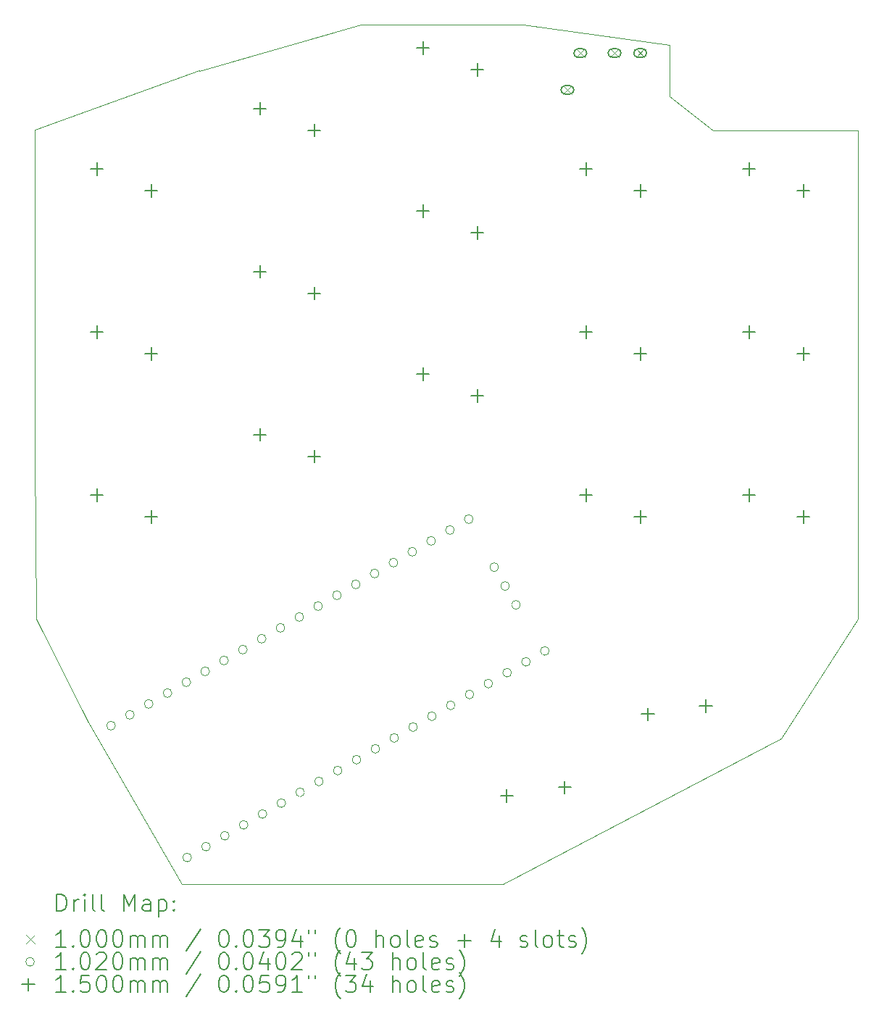
<source format=gbr>
%TF.GenerationSoftware,KiCad,Pcbnew,7.0.8-7.0.8~ubuntu22.04.1*%
%TF.CreationDate,2023-10-29T15:08:41+03:00*%
%TF.ProjectId,Keeb,4b656562-2e6b-4696-9361-645f70636258,rev?*%
%TF.SameCoordinates,Original*%
%TF.FileFunction,Drillmap*%
%TF.FilePolarity,Positive*%
%FSLAX45Y45*%
G04 Gerber Fmt 4.5, Leading zero omitted, Abs format (unit mm)*
G04 Created by KiCad (PCBNEW 7.0.8-7.0.8~ubuntu22.04.1) date 2023-10-29 15:08:41*
%MOMM*%
%LPD*%
G01*
G04 APERTURE LIST*
%ADD10C,0.050000*%
%ADD11C,0.200000*%
%ADD12C,0.100000*%
%ADD13C,0.102000*%
%ADD14C,0.150000*%
G04 APERTURE END LIST*
D10*
X18571000Y-2937000D02*
X18571000Y-3537000D01*
X19071000Y-3937000D01*
X20771000Y-3937000D01*
X20771000Y-9637000D01*
X19871000Y-11040000D01*
X16617000Y-12740000D01*
X12871000Y-12740000D01*
X11771000Y-10837000D01*
X11171000Y-9637000D01*
X11148277Y-7729217D01*
X11148277Y-3929217D01*
X13068000Y-3228000D01*
X13071000Y-3237000D01*
X14956000Y-2696000D01*
X16856000Y-2696000D01*
X18571000Y-2937000D01*
D11*
D12*
X17323500Y-3409500D02*
X17423500Y-3509500D01*
X17423500Y-3409500D02*
X17323500Y-3509500D01*
D11*
X17398500Y-3409500D02*
X17348500Y-3409500D01*
X17348500Y-3409500D02*
G75*
G03*
X17348500Y-3509500I0J-50000D01*
G01*
X17348500Y-3509500D02*
X17398500Y-3509500D01*
X17398500Y-3509500D02*
G75*
G03*
X17398500Y-3409500I0J50000D01*
G01*
D12*
X17473500Y-2979500D02*
X17573500Y-3079500D01*
X17573500Y-2979500D02*
X17473500Y-3079500D01*
D11*
X17548500Y-2979500D02*
X17498500Y-2979500D01*
X17498500Y-2979500D02*
G75*
G03*
X17498500Y-3079500I0J-50000D01*
G01*
X17498500Y-3079500D02*
X17548500Y-3079500D01*
X17548500Y-3079500D02*
G75*
G03*
X17548500Y-2979500I0J50000D01*
G01*
D12*
X17873500Y-2979500D02*
X17973500Y-3079500D01*
X17973500Y-2979500D02*
X17873500Y-3079500D01*
D11*
X17948500Y-2979500D02*
X17898500Y-2979500D01*
X17898500Y-2979500D02*
G75*
G03*
X17898500Y-3079500I0J-50000D01*
G01*
X17898500Y-3079500D02*
X17948500Y-3079500D01*
X17948500Y-3079500D02*
G75*
G03*
X17948500Y-2979500I0J50000D01*
G01*
D12*
X18173500Y-2979500D02*
X18273500Y-3079500D01*
X18273500Y-2979500D02*
X18173500Y-3079500D01*
D11*
X18248500Y-2979500D02*
X18198500Y-2979500D01*
X18198500Y-2979500D02*
G75*
G03*
X18198500Y-3079500I0J-50000D01*
G01*
X18198500Y-3079500D02*
X18248500Y-3079500D01*
X18248500Y-3079500D02*
G75*
G03*
X18248500Y-2979500I0J50000D01*
G01*
D13*
X12091781Y-10887603D02*
G75*
G03*
X12091781Y-10887603I-51000J0D01*
G01*
X12311751Y-10760603D02*
G75*
G03*
X12311751Y-10760603I-51000J0D01*
G01*
X12531722Y-10633603D02*
G75*
G03*
X12531722Y-10633603I-51000J0D01*
G01*
X12751692Y-10506603D02*
G75*
G03*
X12751692Y-10506603I-51000J0D01*
G01*
X12971662Y-10379603D02*
G75*
G03*
X12971662Y-10379603I-51000J0D01*
G01*
X12980781Y-12427397D02*
G75*
G03*
X12980781Y-12427397I-51000J0D01*
G01*
X13191633Y-10252603D02*
G75*
G03*
X13191633Y-10252603I-51000J0D01*
G01*
X13200751Y-12300397D02*
G75*
G03*
X13200751Y-12300397I-51000J0D01*
G01*
X13411603Y-10125603D02*
G75*
G03*
X13411603Y-10125603I-51000J0D01*
G01*
X13420722Y-12173397D02*
G75*
G03*
X13420722Y-12173397I-51000J0D01*
G01*
X13631574Y-9998603D02*
G75*
G03*
X13631574Y-9998603I-51000J0D01*
G01*
X13640692Y-12046397D02*
G75*
G03*
X13640692Y-12046397I-51000J0D01*
G01*
X13851544Y-9871603D02*
G75*
G03*
X13851544Y-9871603I-51000J0D01*
G01*
X13860662Y-11919397D02*
G75*
G03*
X13860662Y-11919397I-51000J0D01*
G01*
X14071515Y-9744603D02*
G75*
G03*
X14071515Y-9744603I-51000J0D01*
G01*
X14080633Y-11792397D02*
G75*
G03*
X14080633Y-11792397I-51000J0D01*
G01*
X14291485Y-9617603D02*
G75*
G03*
X14291485Y-9617603I-51000J0D01*
G01*
X14300603Y-11665397D02*
G75*
G03*
X14300603Y-11665397I-51000J0D01*
G01*
X14511456Y-9490603D02*
G75*
G03*
X14511456Y-9490603I-51000J0D01*
G01*
X14520574Y-11538397D02*
G75*
G03*
X14520574Y-11538397I-51000J0D01*
G01*
X14731426Y-9363603D02*
G75*
G03*
X14731426Y-9363603I-51000J0D01*
G01*
X14740544Y-11411397D02*
G75*
G03*
X14740544Y-11411397I-51000J0D01*
G01*
X14951397Y-9236603D02*
G75*
G03*
X14951397Y-9236603I-51000J0D01*
G01*
X14960515Y-11284397D02*
G75*
G03*
X14960515Y-11284397I-51000J0D01*
G01*
X15171367Y-9109603D02*
G75*
G03*
X15171367Y-9109603I-51000J0D01*
G01*
X15180485Y-11157397D02*
G75*
G03*
X15180485Y-11157397I-51000J0D01*
G01*
X15391337Y-8982603D02*
G75*
G03*
X15391337Y-8982603I-51000J0D01*
G01*
X15400456Y-11030397D02*
G75*
G03*
X15400456Y-11030397I-51000J0D01*
G01*
X15611308Y-8855603D02*
G75*
G03*
X15611308Y-8855603I-51000J0D01*
G01*
X15620426Y-10903397D02*
G75*
G03*
X15620426Y-10903397I-51000J0D01*
G01*
X15831278Y-8728603D02*
G75*
G03*
X15831278Y-8728603I-51000J0D01*
G01*
X15840397Y-10776397D02*
G75*
G03*
X15840397Y-10776397I-51000J0D01*
G01*
X16051249Y-8601603D02*
G75*
G03*
X16051249Y-8601603I-51000J0D01*
G01*
X16060367Y-10649397D02*
G75*
G03*
X16060367Y-10649397I-51000J0D01*
G01*
X16271219Y-8474603D02*
G75*
G03*
X16271219Y-8474603I-51000J0D01*
G01*
X16280337Y-10522397D02*
G75*
G03*
X16280337Y-10522397I-51000J0D01*
G01*
X16500308Y-10395397D02*
G75*
G03*
X16500308Y-10395397I-51000J0D01*
G01*
X16568801Y-9036030D02*
G75*
G03*
X16568801Y-9036030I-51000J0D01*
G01*
X16695801Y-9256000D02*
G75*
G03*
X16695801Y-9256000I-51000J0D01*
G01*
X16720278Y-10268397D02*
G75*
G03*
X16720278Y-10268397I-51000J0D01*
G01*
X16822801Y-9475971D02*
G75*
G03*
X16822801Y-9475971I-51000J0D01*
G01*
X16940249Y-10141397D02*
G75*
G03*
X16940249Y-10141397I-51000J0D01*
G01*
X17160219Y-10014397D02*
G75*
G03*
X17160219Y-10014397I-51000J0D01*
G01*
D14*
X11874500Y-4306500D02*
X11874500Y-4456500D01*
X11799500Y-4381500D02*
X11949500Y-4381500D01*
X11874500Y-6211500D02*
X11874500Y-6361500D01*
X11799500Y-6286500D02*
X11949500Y-6286500D01*
X11874500Y-8116500D02*
X11874500Y-8266500D01*
X11799500Y-8191500D02*
X11949500Y-8191500D01*
X12509500Y-4560500D02*
X12509500Y-4710500D01*
X12434500Y-4635500D02*
X12584500Y-4635500D01*
X12509500Y-6465500D02*
X12509500Y-6615500D01*
X12434500Y-6540500D02*
X12584500Y-6540500D01*
X12509500Y-8370500D02*
X12509500Y-8520500D01*
X12434500Y-8445500D02*
X12584500Y-8445500D01*
X13779500Y-3601500D02*
X13779500Y-3751500D01*
X13704500Y-3676500D02*
X13854500Y-3676500D01*
X13779500Y-5506500D02*
X13779500Y-5656500D01*
X13704500Y-5581500D02*
X13854500Y-5581500D01*
X13779500Y-7411500D02*
X13779500Y-7561500D01*
X13704500Y-7486500D02*
X13854500Y-7486500D01*
X14414500Y-3855500D02*
X14414500Y-4005500D01*
X14339500Y-3930500D02*
X14489500Y-3930500D01*
X14414500Y-5760500D02*
X14414500Y-5910500D01*
X14339500Y-5835500D02*
X14489500Y-5835500D01*
X14414500Y-7665500D02*
X14414500Y-7815500D01*
X14339500Y-7740500D02*
X14489500Y-7740500D01*
X15684500Y-2896500D02*
X15684500Y-3046500D01*
X15609500Y-2971500D02*
X15759500Y-2971500D01*
X15684500Y-4801500D02*
X15684500Y-4951500D01*
X15609500Y-4876500D02*
X15759500Y-4876500D01*
X15684500Y-6706500D02*
X15684500Y-6856500D01*
X15609500Y-6781500D02*
X15759500Y-6781500D01*
X16319500Y-3150500D02*
X16319500Y-3300500D01*
X16244500Y-3225500D02*
X16394500Y-3225500D01*
X16319500Y-5055500D02*
X16319500Y-5205500D01*
X16244500Y-5130500D02*
X16394500Y-5130500D01*
X16319500Y-6960500D02*
X16319500Y-7110500D01*
X16244500Y-7035500D02*
X16394500Y-7035500D01*
X16665794Y-11630516D02*
X16665794Y-11780516D01*
X16590794Y-11705516D02*
X16740794Y-11705516D01*
X17342720Y-11532986D02*
X17342720Y-11682986D01*
X17267720Y-11607986D02*
X17417720Y-11607986D01*
X17589500Y-4306500D02*
X17589500Y-4456500D01*
X17514500Y-4381500D02*
X17664500Y-4381500D01*
X17589500Y-6211500D02*
X17589500Y-6361500D01*
X17514500Y-6286500D02*
X17664500Y-6286500D01*
X17589500Y-8116500D02*
X17589500Y-8266500D01*
X17514500Y-8191500D02*
X17664500Y-8191500D01*
X18224500Y-4560500D02*
X18224500Y-4710500D01*
X18149500Y-4635500D02*
X18299500Y-4635500D01*
X18224500Y-6465500D02*
X18224500Y-6615500D01*
X18149500Y-6540500D02*
X18299500Y-6540500D01*
X18224500Y-8370500D02*
X18224500Y-8520500D01*
X18149500Y-8445500D02*
X18299500Y-8445500D01*
X18315572Y-10678016D02*
X18315572Y-10828016D01*
X18240572Y-10753016D02*
X18390572Y-10753016D01*
X18992498Y-10580486D02*
X18992498Y-10730486D01*
X18917498Y-10655486D02*
X19067498Y-10655486D01*
X19494500Y-4306500D02*
X19494500Y-4456500D01*
X19419500Y-4381500D02*
X19569500Y-4381500D01*
X19494500Y-6211500D02*
X19494500Y-6361500D01*
X19419500Y-6286500D02*
X19569500Y-6286500D01*
X19494500Y-8116500D02*
X19494500Y-8266500D01*
X19419500Y-8191500D02*
X19569500Y-8191500D01*
X20129500Y-4560500D02*
X20129500Y-4710500D01*
X20054500Y-4635500D02*
X20204500Y-4635500D01*
X20129500Y-6465500D02*
X20129500Y-6615500D01*
X20054500Y-6540500D02*
X20204500Y-6540500D01*
X20129500Y-8370500D02*
X20129500Y-8520500D01*
X20054500Y-8445500D02*
X20204500Y-8445500D01*
D11*
X11406553Y-13053984D02*
X11406553Y-12853984D01*
X11406553Y-12853984D02*
X11454172Y-12853984D01*
X11454172Y-12853984D02*
X11482744Y-12863508D01*
X11482744Y-12863508D02*
X11501791Y-12882555D01*
X11501791Y-12882555D02*
X11511315Y-12901603D01*
X11511315Y-12901603D02*
X11520839Y-12939698D01*
X11520839Y-12939698D02*
X11520839Y-12968269D01*
X11520839Y-12968269D02*
X11511315Y-13006365D01*
X11511315Y-13006365D02*
X11501791Y-13025412D01*
X11501791Y-13025412D02*
X11482744Y-13044460D01*
X11482744Y-13044460D02*
X11454172Y-13053984D01*
X11454172Y-13053984D02*
X11406553Y-13053984D01*
X11606553Y-13053984D02*
X11606553Y-12920650D01*
X11606553Y-12958746D02*
X11616077Y-12939698D01*
X11616077Y-12939698D02*
X11625601Y-12930174D01*
X11625601Y-12930174D02*
X11644649Y-12920650D01*
X11644649Y-12920650D02*
X11663696Y-12920650D01*
X11730363Y-13053984D02*
X11730363Y-12920650D01*
X11730363Y-12853984D02*
X11720839Y-12863508D01*
X11720839Y-12863508D02*
X11730363Y-12873031D01*
X11730363Y-12873031D02*
X11739887Y-12863508D01*
X11739887Y-12863508D02*
X11730363Y-12853984D01*
X11730363Y-12853984D02*
X11730363Y-12873031D01*
X11854172Y-13053984D02*
X11835125Y-13044460D01*
X11835125Y-13044460D02*
X11825601Y-13025412D01*
X11825601Y-13025412D02*
X11825601Y-12853984D01*
X11958934Y-13053984D02*
X11939887Y-13044460D01*
X11939887Y-13044460D02*
X11930363Y-13025412D01*
X11930363Y-13025412D02*
X11930363Y-12853984D01*
X12187506Y-13053984D02*
X12187506Y-12853984D01*
X12187506Y-12853984D02*
X12254172Y-12996841D01*
X12254172Y-12996841D02*
X12320839Y-12853984D01*
X12320839Y-12853984D02*
X12320839Y-13053984D01*
X12501791Y-13053984D02*
X12501791Y-12949222D01*
X12501791Y-12949222D02*
X12492268Y-12930174D01*
X12492268Y-12930174D02*
X12473220Y-12920650D01*
X12473220Y-12920650D02*
X12435125Y-12920650D01*
X12435125Y-12920650D02*
X12416077Y-12930174D01*
X12501791Y-13044460D02*
X12482744Y-13053984D01*
X12482744Y-13053984D02*
X12435125Y-13053984D01*
X12435125Y-13053984D02*
X12416077Y-13044460D01*
X12416077Y-13044460D02*
X12406553Y-13025412D01*
X12406553Y-13025412D02*
X12406553Y-13006365D01*
X12406553Y-13006365D02*
X12416077Y-12987317D01*
X12416077Y-12987317D02*
X12435125Y-12977793D01*
X12435125Y-12977793D02*
X12482744Y-12977793D01*
X12482744Y-12977793D02*
X12501791Y-12968269D01*
X12597030Y-12920650D02*
X12597030Y-13120650D01*
X12597030Y-12930174D02*
X12616077Y-12920650D01*
X12616077Y-12920650D02*
X12654172Y-12920650D01*
X12654172Y-12920650D02*
X12673220Y-12930174D01*
X12673220Y-12930174D02*
X12682744Y-12939698D01*
X12682744Y-12939698D02*
X12692268Y-12958746D01*
X12692268Y-12958746D02*
X12692268Y-13015888D01*
X12692268Y-13015888D02*
X12682744Y-13034936D01*
X12682744Y-13034936D02*
X12673220Y-13044460D01*
X12673220Y-13044460D02*
X12654172Y-13053984D01*
X12654172Y-13053984D02*
X12616077Y-13053984D01*
X12616077Y-13053984D02*
X12597030Y-13044460D01*
X12777982Y-13034936D02*
X12787506Y-13044460D01*
X12787506Y-13044460D02*
X12777982Y-13053984D01*
X12777982Y-13053984D02*
X12768458Y-13044460D01*
X12768458Y-13044460D02*
X12777982Y-13034936D01*
X12777982Y-13034936D02*
X12777982Y-13053984D01*
X12777982Y-12930174D02*
X12787506Y-12939698D01*
X12787506Y-12939698D02*
X12777982Y-12949222D01*
X12777982Y-12949222D02*
X12768458Y-12939698D01*
X12768458Y-12939698D02*
X12777982Y-12930174D01*
X12777982Y-12930174D02*
X12777982Y-12949222D01*
D12*
X11045777Y-13332500D02*
X11145777Y-13432500D01*
X11145777Y-13332500D02*
X11045777Y-13432500D01*
D11*
X11511315Y-13473984D02*
X11397030Y-13473984D01*
X11454172Y-13473984D02*
X11454172Y-13273984D01*
X11454172Y-13273984D02*
X11435125Y-13302555D01*
X11435125Y-13302555D02*
X11416077Y-13321603D01*
X11416077Y-13321603D02*
X11397030Y-13331127D01*
X11597030Y-13454936D02*
X11606553Y-13464460D01*
X11606553Y-13464460D02*
X11597030Y-13473984D01*
X11597030Y-13473984D02*
X11587506Y-13464460D01*
X11587506Y-13464460D02*
X11597030Y-13454936D01*
X11597030Y-13454936D02*
X11597030Y-13473984D01*
X11730363Y-13273984D02*
X11749411Y-13273984D01*
X11749411Y-13273984D02*
X11768458Y-13283508D01*
X11768458Y-13283508D02*
X11777982Y-13293031D01*
X11777982Y-13293031D02*
X11787506Y-13312079D01*
X11787506Y-13312079D02*
X11797030Y-13350174D01*
X11797030Y-13350174D02*
X11797030Y-13397793D01*
X11797030Y-13397793D02*
X11787506Y-13435888D01*
X11787506Y-13435888D02*
X11777982Y-13454936D01*
X11777982Y-13454936D02*
X11768458Y-13464460D01*
X11768458Y-13464460D02*
X11749411Y-13473984D01*
X11749411Y-13473984D02*
X11730363Y-13473984D01*
X11730363Y-13473984D02*
X11711315Y-13464460D01*
X11711315Y-13464460D02*
X11701791Y-13454936D01*
X11701791Y-13454936D02*
X11692268Y-13435888D01*
X11692268Y-13435888D02*
X11682744Y-13397793D01*
X11682744Y-13397793D02*
X11682744Y-13350174D01*
X11682744Y-13350174D02*
X11692268Y-13312079D01*
X11692268Y-13312079D02*
X11701791Y-13293031D01*
X11701791Y-13293031D02*
X11711315Y-13283508D01*
X11711315Y-13283508D02*
X11730363Y-13273984D01*
X11920839Y-13273984D02*
X11939887Y-13273984D01*
X11939887Y-13273984D02*
X11958934Y-13283508D01*
X11958934Y-13283508D02*
X11968458Y-13293031D01*
X11968458Y-13293031D02*
X11977982Y-13312079D01*
X11977982Y-13312079D02*
X11987506Y-13350174D01*
X11987506Y-13350174D02*
X11987506Y-13397793D01*
X11987506Y-13397793D02*
X11977982Y-13435888D01*
X11977982Y-13435888D02*
X11968458Y-13454936D01*
X11968458Y-13454936D02*
X11958934Y-13464460D01*
X11958934Y-13464460D02*
X11939887Y-13473984D01*
X11939887Y-13473984D02*
X11920839Y-13473984D01*
X11920839Y-13473984D02*
X11901791Y-13464460D01*
X11901791Y-13464460D02*
X11892268Y-13454936D01*
X11892268Y-13454936D02*
X11882744Y-13435888D01*
X11882744Y-13435888D02*
X11873220Y-13397793D01*
X11873220Y-13397793D02*
X11873220Y-13350174D01*
X11873220Y-13350174D02*
X11882744Y-13312079D01*
X11882744Y-13312079D02*
X11892268Y-13293031D01*
X11892268Y-13293031D02*
X11901791Y-13283508D01*
X11901791Y-13283508D02*
X11920839Y-13273984D01*
X12111315Y-13273984D02*
X12130363Y-13273984D01*
X12130363Y-13273984D02*
X12149411Y-13283508D01*
X12149411Y-13283508D02*
X12158934Y-13293031D01*
X12158934Y-13293031D02*
X12168458Y-13312079D01*
X12168458Y-13312079D02*
X12177982Y-13350174D01*
X12177982Y-13350174D02*
X12177982Y-13397793D01*
X12177982Y-13397793D02*
X12168458Y-13435888D01*
X12168458Y-13435888D02*
X12158934Y-13454936D01*
X12158934Y-13454936D02*
X12149411Y-13464460D01*
X12149411Y-13464460D02*
X12130363Y-13473984D01*
X12130363Y-13473984D02*
X12111315Y-13473984D01*
X12111315Y-13473984D02*
X12092268Y-13464460D01*
X12092268Y-13464460D02*
X12082744Y-13454936D01*
X12082744Y-13454936D02*
X12073220Y-13435888D01*
X12073220Y-13435888D02*
X12063696Y-13397793D01*
X12063696Y-13397793D02*
X12063696Y-13350174D01*
X12063696Y-13350174D02*
X12073220Y-13312079D01*
X12073220Y-13312079D02*
X12082744Y-13293031D01*
X12082744Y-13293031D02*
X12092268Y-13283508D01*
X12092268Y-13283508D02*
X12111315Y-13273984D01*
X12263696Y-13473984D02*
X12263696Y-13340650D01*
X12263696Y-13359698D02*
X12273220Y-13350174D01*
X12273220Y-13350174D02*
X12292268Y-13340650D01*
X12292268Y-13340650D02*
X12320839Y-13340650D01*
X12320839Y-13340650D02*
X12339887Y-13350174D01*
X12339887Y-13350174D02*
X12349411Y-13369222D01*
X12349411Y-13369222D02*
X12349411Y-13473984D01*
X12349411Y-13369222D02*
X12358934Y-13350174D01*
X12358934Y-13350174D02*
X12377982Y-13340650D01*
X12377982Y-13340650D02*
X12406553Y-13340650D01*
X12406553Y-13340650D02*
X12425601Y-13350174D01*
X12425601Y-13350174D02*
X12435125Y-13369222D01*
X12435125Y-13369222D02*
X12435125Y-13473984D01*
X12530363Y-13473984D02*
X12530363Y-13340650D01*
X12530363Y-13359698D02*
X12539887Y-13350174D01*
X12539887Y-13350174D02*
X12558934Y-13340650D01*
X12558934Y-13340650D02*
X12587506Y-13340650D01*
X12587506Y-13340650D02*
X12606553Y-13350174D01*
X12606553Y-13350174D02*
X12616077Y-13369222D01*
X12616077Y-13369222D02*
X12616077Y-13473984D01*
X12616077Y-13369222D02*
X12625601Y-13350174D01*
X12625601Y-13350174D02*
X12644649Y-13340650D01*
X12644649Y-13340650D02*
X12673220Y-13340650D01*
X12673220Y-13340650D02*
X12692268Y-13350174D01*
X12692268Y-13350174D02*
X12701792Y-13369222D01*
X12701792Y-13369222D02*
X12701792Y-13473984D01*
X13092268Y-13264460D02*
X12920839Y-13521603D01*
X13349411Y-13273984D02*
X13368458Y-13273984D01*
X13368458Y-13273984D02*
X13387506Y-13283508D01*
X13387506Y-13283508D02*
X13397030Y-13293031D01*
X13397030Y-13293031D02*
X13406554Y-13312079D01*
X13406554Y-13312079D02*
X13416077Y-13350174D01*
X13416077Y-13350174D02*
X13416077Y-13397793D01*
X13416077Y-13397793D02*
X13406554Y-13435888D01*
X13406554Y-13435888D02*
X13397030Y-13454936D01*
X13397030Y-13454936D02*
X13387506Y-13464460D01*
X13387506Y-13464460D02*
X13368458Y-13473984D01*
X13368458Y-13473984D02*
X13349411Y-13473984D01*
X13349411Y-13473984D02*
X13330363Y-13464460D01*
X13330363Y-13464460D02*
X13320839Y-13454936D01*
X13320839Y-13454936D02*
X13311315Y-13435888D01*
X13311315Y-13435888D02*
X13301792Y-13397793D01*
X13301792Y-13397793D02*
X13301792Y-13350174D01*
X13301792Y-13350174D02*
X13311315Y-13312079D01*
X13311315Y-13312079D02*
X13320839Y-13293031D01*
X13320839Y-13293031D02*
X13330363Y-13283508D01*
X13330363Y-13283508D02*
X13349411Y-13273984D01*
X13501792Y-13454936D02*
X13511315Y-13464460D01*
X13511315Y-13464460D02*
X13501792Y-13473984D01*
X13501792Y-13473984D02*
X13492268Y-13464460D01*
X13492268Y-13464460D02*
X13501792Y-13454936D01*
X13501792Y-13454936D02*
X13501792Y-13473984D01*
X13635125Y-13273984D02*
X13654173Y-13273984D01*
X13654173Y-13273984D02*
X13673220Y-13283508D01*
X13673220Y-13283508D02*
X13682744Y-13293031D01*
X13682744Y-13293031D02*
X13692268Y-13312079D01*
X13692268Y-13312079D02*
X13701792Y-13350174D01*
X13701792Y-13350174D02*
X13701792Y-13397793D01*
X13701792Y-13397793D02*
X13692268Y-13435888D01*
X13692268Y-13435888D02*
X13682744Y-13454936D01*
X13682744Y-13454936D02*
X13673220Y-13464460D01*
X13673220Y-13464460D02*
X13654173Y-13473984D01*
X13654173Y-13473984D02*
X13635125Y-13473984D01*
X13635125Y-13473984D02*
X13616077Y-13464460D01*
X13616077Y-13464460D02*
X13606554Y-13454936D01*
X13606554Y-13454936D02*
X13597030Y-13435888D01*
X13597030Y-13435888D02*
X13587506Y-13397793D01*
X13587506Y-13397793D02*
X13587506Y-13350174D01*
X13587506Y-13350174D02*
X13597030Y-13312079D01*
X13597030Y-13312079D02*
X13606554Y-13293031D01*
X13606554Y-13293031D02*
X13616077Y-13283508D01*
X13616077Y-13283508D02*
X13635125Y-13273984D01*
X13768458Y-13273984D02*
X13892268Y-13273984D01*
X13892268Y-13273984D02*
X13825601Y-13350174D01*
X13825601Y-13350174D02*
X13854173Y-13350174D01*
X13854173Y-13350174D02*
X13873220Y-13359698D01*
X13873220Y-13359698D02*
X13882744Y-13369222D01*
X13882744Y-13369222D02*
X13892268Y-13388269D01*
X13892268Y-13388269D02*
X13892268Y-13435888D01*
X13892268Y-13435888D02*
X13882744Y-13454936D01*
X13882744Y-13454936D02*
X13873220Y-13464460D01*
X13873220Y-13464460D02*
X13854173Y-13473984D01*
X13854173Y-13473984D02*
X13797030Y-13473984D01*
X13797030Y-13473984D02*
X13777982Y-13464460D01*
X13777982Y-13464460D02*
X13768458Y-13454936D01*
X13987506Y-13473984D02*
X14025601Y-13473984D01*
X14025601Y-13473984D02*
X14044649Y-13464460D01*
X14044649Y-13464460D02*
X14054173Y-13454936D01*
X14054173Y-13454936D02*
X14073220Y-13426365D01*
X14073220Y-13426365D02*
X14082744Y-13388269D01*
X14082744Y-13388269D02*
X14082744Y-13312079D01*
X14082744Y-13312079D02*
X14073220Y-13293031D01*
X14073220Y-13293031D02*
X14063696Y-13283508D01*
X14063696Y-13283508D02*
X14044649Y-13273984D01*
X14044649Y-13273984D02*
X14006554Y-13273984D01*
X14006554Y-13273984D02*
X13987506Y-13283508D01*
X13987506Y-13283508D02*
X13977982Y-13293031D01*
X13977982Y-13293031D02*
X13968458Y-13312079D01*
X13968458Y-13312079D02*
X13968458Y-13359698D01*
X13968458Y-13359698D02*
X13977982Y-13378746D01*
X13977982Y-13378746D02*
X13987506Y-13388269D01*
X13987506Y-13388269D02*
X14006554Y-13397793D01*
X14006554Y-13397793D02*
X14044649Y-13397793D01*
X14044649Y-13397793D02*
X14063696Y-13388269D01*
X14063696Y-13388269D02*
X14073220Y-13378746D01*
X14073220Y-13378746D02*
X14082744Y-13359698D01*
X14254173Y-13340650D02*
X14254173Y-13473984D01*
X14206554Y-13264460D02*
X14158935Y-13407317D01*
X14158935Y-13407317D02*
X14282744Y-13407317D01*
X14349411Y-13273984D02*
X14349411Y-13312079D01*
X14425601Y-13273984D02*
X14425601Y-13312079D01*
X14720839Y-13550174D02*
X14711316Y-13540650D01*
X14711316Y-13540650D02*
X14692268Y-13512079D01*
X14692268Y-13512079D02*
X14682744Y-13493031D01*
X14682744Y-13493031D02*
X14673220Y-13464460D01*
X14673220Y-13464460D02*
X14663697Y-13416841D01*
X14663697Y-13416841D02*
X14663697Y-13378746D01*
X14663697Y-13378746D02*
X14673220Y-13331127D01*
X14673220Y-13331127D02*
X14682744Y-13302555D01*
X14682744Y-13302555D02*
X14692268Y-13283508D01*
X14692268Y-13283508D02*
X14711316Y-13254936D01*
X14711316Y-13254936D02*
X14720839Y-13245412D01*
X14835125Y-13273984D02*
X14854173Y-13273984D01*
X14854173Y-13273984D02*
X14873220Y-13283508D01*
X14873220Y-13283508D02*
X14882744Y-13293031D01*
X14882744Y-13293031D02*
X14892268Y-13312079D01*
X14892268Y-13312079D02*
X14901792Y-13350174D01*
X14901792Y-13350174D02*
X14901792Y-13397793D01*
X14901792Y-13397793D02*
X14892268Y-13435888D01*
X14892268Y-13435888D02*
X14882744Y-13454936D01*
X14882744Y-13454936D02*
X14873220Y-13464460D01*
X14873220Y-13464460D02*
X14854173Y-13473984D01*
X14854173Y-13473984D02*
X14835125Y-13473984D01*
X14835125Y-13473984D02*
X14816077Y-13464460D01*
X14816077Y-13464460D02*
X14806554Y-13454936D01*
X14806554Y-13454936D02*
X14797030Y-13435888D01*
X14797030Y-13435888D02*
X14787506Y-13397793D01*
X14787506Y-13397793D02*
X14787506Y-13350174D01*
X14787506Y-13350174D02*
X14797030Y-13312079D01*
X14797030Y-13312079D02*
X14806554Y-13293031D01*
X14806554Y-13293031D02*
X14816077Y-13283508D01*
X14816077Y-13283508D02*
X14835125Y-13273984D01*
X15139887Y-13473984D02*
X15139887Y-13273984D01*
X15225601Y-13473984D02*
X15225601Y-13369222D01*
X15225601Y-13369222D02*
X15216078Y-13350174D01*
X15216078Y-13350174D02*
X15197030Y-13340650D01*
X15197030Y-13340650D02*
X15168458Y-13340650D01*
X15168458Y-13340650D02*
X15149411Y-13350174D01*
X15149411Y-13350174D02*
X15139887Y-13359698D01*
X15349411Y-13473984D02*
X15330363Y-13464460D01*
X15330363Y-13464460D02*
X15320839Y-13454936D01*
X15320839Y-13454936D02*
X15311316Y-13435888D01*
X15311316Y-13435888D02*
X15311316Y-13378746D01*
X15311316Y-13378746D02*
X15320839Y-13359698D01*
X15320839Y-13359698D02*
X15330363Y-13350174D01*
X15330363Y-13350174D02*
X15349411Y-13340650D01*
X15349411Y-13340650D02*
X15377982Y-13340650D01*
X15377982Y-13340650D02*
X15397030Y-13350174D01*
X15397030Y-13350174D02*
X15406554Y-13359698D01*
X15406554Y-13359698D02*
X15416078Y-13378746D01*
X15416078Y-13378746D02*
X15416078Y-13435888D01*
X15416078Y-13435888D02*
X15406554Y-13454936D01*
X15406554Y-13454936D02*
X15397030Y-13464460D01*
X15397030Y-13464460D02*
X15377982Y-13473984D01*
X15377982Y-13473984D02*
X15349411Y-13473984D01*
X15530363Y-13473984D02*
X15511316Y-13464460D01*
X15511316Y-13464460D02*
X15501792Y-13445412D01*
X15501792Y-13445412D02*
X15501792Y-13273984D01*
X15682744Y-13464460D02*
X15663697Y-13473984D01*
X15663697Y-13473984D02*
X15625601Y-13473984D01*
X15625601Y-13473984D02*
X15606554Y-13464460D01*
X15606554Y-13464460D02*
X15597030Y-13445412D01*
X15597030Y-13445412D02*
X15597030Y-13369222D01*
X15597030Y-13369222D02*
X15606554Y-13350174D01*
X15606554Y-13350174D02*
X15625601Y-13340650D01*
X15625601Y-13340650D02*
X15663697Y-13340650D01*
X15663697Y-13340650D02*
X15682744Y-13350174D01*
X15682744Y-13350174D02*
X15692268Y-13369222D01*
X15692268Y-13369222D02*
X15692268Y-13388269D01*
X15692268Y-13388269D02*
X15597030Y-13407317D01*
X15768459Y-13464460D02*
X15787506Y-13473984D01*
X15787506Y-13473984D02*
X15825601Y-13473984D01*
X15825601Y-13473984D02*
X15844649Y-13464460D01*
X15844649Y-13464460D02*
X15854173Y-13445412D01*
X15854173Y-13445412D02*
X15854173Y-13435888D01*
X15854173Y-13435888D02*
X15844649Y-13416841D01*
X15844649Y-13416841D02*
X15825601Y-13407317D01*
X15825601Y-13407317D02*
X15797030Y-13407317D01*
X15797030Y-13407317D02*
X15777982Y-13397793D01*
X15777982Y-13397793D02*
X15768459Y-13378746D01*
X15768459Y-13378746D02*
X15768459Y-13369222D01*
X15768459Y-13369222D02*
X15777982Y-13350174D01*
X15777982Y-13350174D02*
X15797030Y-13340650D01*
X15797030Y-13340650D02*
X15825601Y-13340650D01*
X15825601Y-13340650D02*
X15844649Y-13350174D01*
X16092268Y-13397793D02*
X16244649Y-13397793D01*
X16168459Y-13473984D02*
X16168459Y-13321603D01*
X16577982Y-13340650D02*
X16577982Y-13473984D01*
X16530363Y-13264460D02*
X16482744Y-13407317D01*
X16482744Y-13407317D02*
X16606554Y-13407317D01*
X16825602Y-13464460D02*
X16844649Y-13473984D01*
X16844649Y-13473984D02*
X16882744Y-13473984D01*
X16882744Y-13473984D02*
X16901792Y-13464460D01*
X16901792Y-13464460D02*
X16911316Y-13445412D01*
X16911316Y-13445412D02*
X16911316Y-13435888D01*
X16911316Y-13435888D02*
X16901792Y-13416841D01*
X16901792Y-13416841D02*
X16882744Y-13407317D01*
X16882744Y-13407317D02*
X16854173Y-13407317D01*
X16854173Y-13407317D02*
X16835125Y-13397793D01*
X16835125Y-13397793D02*
X16825602Y-13378746D01*
X16825602Y-13378746D02*
X16825602Y-13369222D01*
X16825602Y-13369222D02*
X16835125Y-13350174D01*
X16835125Y-13350174D02*
X16854173Y-13340650D01*
X16854173Y-13340650D02*
X16882744Y-13340650D01*
X16882744Y-13340650D02*
X16901792Y-13350174D01*
X17025602Y-13473984D02*
X17006554Y-13464460D01*
X17006554Y-13464460D02*
X16997030Y-13445412D01*
X16997030Y-13445412D02*
X16997030Y-13273984D01*
X17130364Y-13473984D02*
X17111316Y-13464460D01*
X17111316Y-13464460D02*
X17101792Y-13454936D01*
X17101792Y-13454936D02*
X17092268Y-13435888D01*
X17092268Y-13435888D02*
X17092268Y-13378746D01*
X17092268Y-13378746D02*
X17101792Y-13359698D01*
X17101792Y-13359698D02*
X17111316Y-13350174D01*
X17111316Y-13350174D02*
X17130364Y-13340650D01*
X17130364Y-13340650D02*
X17158935Y-13340650D01*
X17158935Y-13340650D02*
X17177983Y-13350174D01*
X17177983Y-13350174D02*
X17187506Y-13359698D01*
X17187506Y-13359698D02*
X17197030Y-13378746D01*
X17197030Y-13378746D02*
X17197030Y-13435888D01*
X17197030Y-13435888D02*
X17187506Y-13454936D01*
X17187506Y-13454936D02*
X17177983Y-13464460D01*
X17177983Y-13464460D02*
X17158935Y-13473984D01*
X17158935Y-13473984D02*
X17130364Y-13473984D01*
X17254173Y-13340650D02*
X17330364Y-13340650D01*
X17282745Y-13273984D02*
X17282745Y-13445412D01*
X17282745Y-13445412D02*
X17292268Y-13464460D01*
X17292268Y-13464460D02*
X17311316Y-13473984D01*
X17311316Y-13473984D02*
X17330364Y-13473984D01*
X17387506Y-13464460D02*
X17406554Y-13473984D01*
X17406554Y-13473984D02*
X17444649Y-13473984D01*
X17444649Y-13473984D02*
X17463697Y-13464460D01*
X17463697Y-13464460D02*
X17473221Y-13445412D01*
X17473221Y-13445412D02*
X17473221Y-13435888D01*
X17473221Y-13435888D02*
X17463697Y-13416841D01*
X17463697Y-13416841D02*
X17444649Y-13407317D01*
X17444649Y-13407317D02*
X17416078Y-13407317D01*
X17416078Y-13407317D02*
X17397030Y-13397793D01*
X17397030Y-13397793D02*
X17387506Y-13378746D01*
X17387506Y-13378746D02*
X17387506Y-13369222D01*
X17387506Y-13369222D02*
X17397030Y-13350174D01*
X17397030Y-13350174D02*
X17416078Y-13340650D01*
X17416078Y-13340650D02*
X17444649Y-13340650D01*
X17444649Y-13340650D02*
X17463697Y-13350174D01*
X17539887Y-13550174D02*
X17549411Y-13540650D01*
X17549411Y-13540650D02*
X17568459Y-13512079D01*
X17568459Y-13512079D02*
X17577983Y-13493031D01*
X17577983Y-13493031D02*
X17587506Y-13464460D01*
X17587506Y-13464460D02*
X17597030Y-13416841D01*
X17597030Y-13416841D02*
X17597030Y-13378746D01*
X17597030Y-13378746D02*
X17587506Y-13331127D01*
X17587506Y-13331127D02*
X17577983Y-13302555D01*
X17577983Y-13302555D02*
X17568459Y-13283508D01*
X17568459Y-13283508D02*
X17549411Y-13254936D01*
X17549411Y-13254936D02*
X17539887Y-13245412D01*
D13*
X11145777Y-13646500D02*
G75*
G03*
X11145777Y-13646500I-51000J0D01*
G01*
D11*
X11511315Y-13737984D02*
X11397030Y-13737984D01*
X11454172Y-13737984D02*
X11454172Y-13537984D01*
X11454172Y-13537984D02*
X11435125Y-13566555D01*
X11435125Y-13566555D02*
X11416077Y-13585603D01*
X11416077Y-13585603D02*
X11397030Y-13595127D01*
X11597030Y-13718936D02*
X11606553Y-13728460D01*
X11606553Y-13728460D02*
X11597030Y-13737984D01*
X11597030Y-13737984D02*
X11587506Y-13728460D01*
X11587506Y-13728460D02*
X11597030Y-13718936D01*
X11597030Y-13718936D02*
X11597030Y-13737984D01*
X11730363Y-13537984D02*
X11749411Y-13537984D01*
X11749411Y-13537984D02*
X11768458Y-13547508D01*
X11768458Y-13547508D02*
X11777982Y-13557031D01*
X11777982Y-13557031D02*
X11787506Y-13576079D01*
X11787506Y-13576079D02*
X11797030Y-13614174D01*
X11797030Y-13614174D02*
X11797030Y-13661793D01*
X11797030Y-13661793D02*
X11787506Y-13699888D01*
X11787506Y-13699888D02*
X11777982Y-13718936D01*
X11777982Y-13718936D02*
X11768458Y-13728460D01*
X11768458Y-13728460D02*
X11749411Y-13737984D01*
X11749411Y-13737984D02*
X11730363Y-13737984D01*
X11730363Y-13737984D02*
X11711315Y-13728460D01*
X11711315Y-13728460D02*
X11701791Y-13718936D01*
X11701791Y-13718936D02*
X11692268Y-13699888D01*
X11692268Y-13699888D02*
X11682744Y-13661793D01*
X11682744Y-13661793D02*
X11682744Y-13614174D01*
X11682744Y-13614174D02*
X11692268Y-13576079D01*
X11692268Y-13576079D02*
X11701791Y-13557031D01*
X11701791Y-13557031D02*
X11711315Y-13547508D01*
X11711315Y-13547508D02*
X11730363Y-13537984D01*
X11873220Y-13557031D02*
X11882744Y-13547508D01*
X11882744Y-13547508D02*
X11901791Y-13537984D01*
X11901791Y-13537984D02*
X11949411Y-13537984D01*
X11949411Y-13537984D02*
X11968458Y-13547508D01*
X11968458Y-13547508D02*
X11977982Y-13557031D01*
X11977982Y-13557031D02*
X11987506Y-13576079D01*
X11987506Y-13576079D02*
X11987506Y-13595127D01*
X11987506Y-13595127D02*
X11977982Y-13623698D01*
X11977982Y-13623698D02*
X11863696Y-13737984D01*
X11863696Y-13737984D02*
X11987506Y-13737984D01*
X12111315Y-13537984D02*
X12130363Y-13537984D01*
X12130363Y-13537984D02*
X12149411Y-13547508D01*
X12149411Y-13547508D02*
X12158934Y-13557031D01*
X12158934Y-13557031D02*
X12168458Y-13576079D01*
X12168458Y-13576079D02*
X12177982Y-13614174D01*
X12177982Y-13614174D02*
X12177982Y-13661793D01*
X12177982Y-13661793D02*
X12168458Y-13699888D01*
X12168458Y-13699888D02*
X12158934Y-13718936D01*
X12158934Y-13718936D02*
X12149411Y-13728460D01*
X12149411Y-13728460D02*
X12130363Y-13737984D01*
X12130363Y-13737984D02*
X12111315Y-13737984D01*
X12111315Y-13737984D02*
X12092268Y-13728460D01*
X12092268Y-13728460D02*
X12082744Y-13718936D01*
X12082744Y-13718936D02*
X12073220Y-13699888D01*
X12073220Y-13699888D02*
X12063696Y-13661793D01*
X12063696Y-13661793D02*
X12063696Y-13614174D01*
X12063696Y-13614174D02*
X12073220Y-13576079D01*
X12073220Y-13576079D02*
X12082744Y-13557031D01*
X12082744Y-13557031D02*
X12092268Y-13547508D01*
X12092268Y-13547508D02*
X12111315Y-13537984D01*
X12263696Y-13737984D02*
X12263696Y-13604650D01*
X12263696Y-13623698D02*
X12273220Y-13614174D01*
X12273220Y-13614174D02*
X12292268Y-13604650D01*
X12292268Y-13604650D02*
X12320839Y-13604650D01*
X12320839Y-13604650D02*
X12339887Y-13614174D01*
X12339887Y-13614174D02*
X12349411Y-13633222D01*
X12349411Y-13633222D02*
X12349411Y-13737984D01*
X12349411Y-13633222D02*
X12358934Y-13614174D01*
X12358934Y-13614174D02*
X12377982Y-13604650D01*
X12377982Y-13604650D02*
X12406553Y-13604650D01*
X12406553Y-13604650D02*
X12425601Y-13614174D01*
X12425601Y-13614174D02*
X12435125Y-13633222D01*
X12435125Y-13633222D02*
X12435125Y-13737984D01*
X12530363Y-13737984D02*
X12530363Y-13604650D01*
X12530363Y-13623698D02*
X12539887Y-13614174D01*
X12539887Y-13614174D02*
X12558934Y-13604650D01*
X12558934Y-13604650D02*
X12587506Y-13604650D01*
X12587506Y-13604650D02*
X12606553Y-13614174D01*
X12606553Y-13614174D02*
X12616077Y-13633222D01*
X12616077Y-13633222D02*
X12616077Y-13737984D01*
X12616077Y-13633222D02*
X12625601Y-13614174D01*
X12625601Y-13614174D02*
X12644649Y-13604650D01*
X12644649Y-13604650D02*
X12673220Y-13604650D01*
X12673220Y-13604650D02*
X12692268Y-13614174D01*
X12692268Y-13614174D02*
X12701792Y-13633222D01*
X12701792Y-13633222D02*
X12701792Y-13737984D01*
X13092268Y-13528460D02*
X12920839Y-13785603D01*
X13349411Y-13537984D02*
X13368458Y-13537984D01*
X13368458Y-13537984D02*
X13387506Y-13547508D01*
X13387506Y-13547508D02*
X13397030Y-13557031D01*
X13397030Y-13557031D02*
X13406554Y-13576079D01*
X13406554Y-13576079D02*
X13416077Y-13614174D01*
X13416077Y-13614174D02*
X13416077Y-13661793D01*
X13416077Y-13661793D02*
X13406554Y-13699888D01*
X13406554Y-13699888D02*
X13397030Y-13718936D01*
X13397030Y-13718936D02*
X13387506Y-13728460D01*
X13387506Y-13728460D02*
X13368458Y-13737984D01*
X13368458Y-13737984D02*
X13349411Y-13737984D01*
X13349411Y-13737984D02*
X13330363Y-13728460D01*
X13330363Y-13728460D02*
X13320839Y-13718936D01*
X13320839Y-13718936D02*
X13311315Y-13699888D01*
X13311315Y-13699888D02*
X13301792Y-13661793D01*
X13301792Y-13661793D02*
X13301792Y-13614174D01*
X13301792Y-13614174D02*
X13311315Y-13576079D01*
X13311315Y-13576079D02*
X13320839Y-13557031D01*
X13320839Y-13557031D02*
X13330363Y-13547508D01*
X13330363Y-13547508D02*
X13349411Y-13537984D01*
X13501792Y-13718936D02*
X13511315Y-13728460D01*
X13511315Y-13728460D02*
X13501792Y-13737984D01*
X13501792Y-13737984D02*
X13492268Y-13728460D01*
X13492268Y-13728460D02*
X13501792Y-13718936D01*
X13501792Y-13718936D02*
X13501792Y-13737984D01*
X13635125Y-13537984D02*
X13654173Y-13537984D01*
X13654173Y-13537984D02*
X13673220Y-13547508D01*
X13673220Y-13547508D02*
X13682744Y-13557031D01*
X13682744Y-13557031D02*
X13692268Y-13576079D01*
X13692268Y-13576079D02*
X13701792Y-13614174D01*
X13701792Y-13614174D02*
X13701792Y-13661793D01*
X13701792Y-13661793D02*
X13692268Y-13699888D01*
X13692268Y-13699888D02*
X13682744Y-13718936D01*
X13682744Y-13718936D02*
X13673220Y-13728460D01*
X13673220Y-13728460D02*
X13654173Y-13737984D01*
X13654173Y-13737984D02*
X13635125Y-13737984D01*
X13635125Y-13737984D02*
X13616077Y-13728460D01*
X13616077Y-13728460D02*
X13606554Y-13718936D01*
X13606554Y-13718936D02*
X13597030Y-13699888D01*
X13597030Y-13699888D02*
X13587506Y-13661793D01*
X13587506Y-13661793D02*
X13587506Y-13614174D01*
X13587506Y-13614174D02*
X13597030Y-13576079D01*
X13597030Y-13576079D02*
X13606554Y-13557031D01*
X13606554Y-13557031D02*
X13616077Y-13547508D01*
X13616077Y-13547508D02*
X13635125Y-13537984D01*
X13873220Y-13604650D02*
X13873220Y-13737984D01*
X13825601Y-13528460D02*
X13777982Y-13671317D01*
X13777982Y-13671317D02*
X13901792Y-13671317D01*
X14016077Y-13537984D02*
X14035125Y-13537984D01*
X14035125Y-13537984D02*
X14054173Y-13547508D01*
X14054173Y-13547508D02*
X14063696Y-13557031D01*
X14063696Y-13557031D02*
X14073220Y-13576079D01*
X14073220Y-13576079D02*
X14082744Y-13614174D01*
X14082744Y-13614174D02*
X14082744Y-13661793D01*
X14082744Y-13661793D02*
X14073220Y-13699888D01*
X14073220Y-13699888D02*
X14063696Y-13718936D01*
X14063696Y-13718936D02*
X14054173Y-13728460D01*
X14054173Y-13728460D02*
X14035125Y-13737984D01*
X14035125Y-13737984D02*
X14016077Y-13737984D01*
X14016077Y-13737984D02*
X13997030Y-13728460D01*
X13997030Y-13728460D02*
X13987506Y-13718936D01*
X13987506Y-13718936D02*
X13977982Y-13699888D01*
X13977982Y-13699888D02*
X13968458Y-13661793D01*
X13968458Y-13661793D02*
X13968458Y-13614174D01*
X13968458Y-13614174D02*
X13977982Y-13576079D01*
X13977982Y-13576079D02*
X13987506Y-13557031D01*
X13987506Y-13557031D02*
X13997030Y-13547508D01*
X13997030Y-13547508D02*
X14016077Y-13537984D01*
X14158935Y-13557031D02*
X14168458Y-13547508D01*
X14168458Y-13547508D02*
X14187506Y-13537984D01*
X14187506Y-13537984D02*
X14235125Y-13537984D01*
X14235125Y-13537984D02*
X14254173Y-13547508D01*
X14254173Y-13547508D02*
X14263696Y-13557031D01*
X14263696Y-13557031D02*
X14273220Y-13576079D01*
X14273220Y-13576079D02*
X14273220Y-13595127D01*
X14273220Y-13595127D02*
X14263696Y-13623698D01*
X14263696Y-13623698D02*
X14149411Y-13737984D01*
X14149411Y-13737984D02*
X14273220Y-13737984D01*
X14349411Y-13537984D02*
X14349411Y-13576079D01*
X14425601Y-13537984D02*
X14425601Y-13576079D01*
X14720839Y-13814174D02*
X14711316Y-13804650D01*
X14711316Y-13804650D02*
X14692268Y-13776079D01*
X14692268Y-13776079D02*
X14682744Y-13757031D01*
X14682744Y-13757031D02*
X14673220Y-13728460D01*
X14673220Y-13728460D02*
X14663697Y-13680841D01*
X14663697Y-13680841D02*
X14663697Y-13642746D01*
X14663697Y-13642746D02*
X14673220Y-13595127D01*
X14673220Y-13595127D02*
X14682744Y-13566555D01*
X14682744Y-13566555D02*
X14692268Y-13547508D01*
X14692268Y-13547508D02*
X14711316Y-13518936D01*
X14711316Y-13518936D02*
X14720839Y-13509412D01*
X14882744Y-13604650D02*
X14882744Y-13737984D01*
X14835125Y-13528460D02*
X14787506Y-13671317D01*
X14787506Y-13671317D02*
X14911316Y-13671317D01*
X14968458Y-13537984D02*
X15092268Y-13537984D01*
X15092268Y-13537984D02*
X15025601Y-13614174D01*
X15025601Y-13614174D02*
X15054173Y-13614174D01*
X15054173Y-13614174D02*
X15073220Y-13623698D01*
X15073220Y-13623698D02*
X15082744Y-13633222D01*
X15082744Y-13633222D02*
X15092268Y-13652269D01*
X15092268Y-13652269D02*
X15092268Y-13699888D01*
X15092268Y-13699888D02*
X15082744Y-13718936D01*
X15082744Y-13718936D02*
X15073220Y-13728460D01*
X15073220Y-13728460D02*
X15054173Y-13737984D01*
X15054173Y-13737984D02*
X14997030Y-13737984D01*
X14997030Y-13737984D02*
X14977982Y-13728460D01*
X14977982Y-13728460D02*
X14968458Y-13718936D01*
X15330363Y-13737984D02*
X15330363Y-13537984D01*
X15416078Y-13737984D02*
X15416078Y-13633222D01*
X15416078Y-13633222D02*
X15406554Y-13614174D01*
X15406554Y-13614174D02*
X15387506Y-13604650D01*
X15387506Y-13604650D02*
X15358935Y-13604650D01*
X15358935Y-13604650D02*
X15339887Y-13614174D01*
X15339887Y-13614174D02*
X15330363Y-13623698D01*
X15539887Y-13737984D02*
X15520839Y-13728460D01*
X15520839Y-13728460D02*
X15511316Y-13718936D01*
X15511316Y-13718936D02*
X15501792Y-13699888D01*
X15501792Y-13699888D02*
X15501792Y-13642746D01*
X15501792Y-13642746D02*
X15511316Y-13623698D01*
X15511316Y-13623698D02*
X15520839Y-13614174D01*
X15520839Y-13614174D02*
X15539887Y-13604650D01*
X15539887Y-13604650D02*
X15568459Y-13604650D01*
X15568459Y-13604650D02*
X15587506Y-13614174D01*
X15587506Y-13614174D02*
X15597030Y-13623698D01*
X15597030Y-13623698D02*
X15606554Y-13642746D01*
X15606554Y-13642746D02*
X15606554Y-13699888D01*
X15606554Y-13699888D02*
X15597030Y-13718936D01*
X15597030Y-13718936D02*
X15587506Y-13728460D01*
X15587506Y-13728460D02*
X15568459Y-13737984D01*
X15568459Y-13737984D02*
X15539887Y-13737984D01*
X15720839Y-13737984D02*
X15701792Y-13728460D01*
X15701792Y-13728460D02*
X15692268Y-13709412D01*
X15692268Y-13709412D02*
X15692268Y-13537984D01*
X15873220Y-13728460D02*
X15854173Y-13737984D01*
X15854173Y-13737984D02*
X15816078Y-13737984D01*
X15816078Y-13737984D02*
X15797030Y-13728460D01*
X15797030Y-13728460D02*
X15787506Y-13709412D01*
X15787506Y-13709412D02*
X15787506Y-13633222D01*
X15787506Y-13633222D02*
X15797030Y-13614174D01*
X15797030Y-13614174D02*
X15816078Y-13604650D01*
X15816078Y-13604650D02*
X15854173Y-13604650D01*
X15854173Y-13604650D02*
X15873220Y-13614174D01*
X15873220Y-13614174D02*
X15882744Y-13633222D01*
X15882744Y-13633222D02*
X15882744Y-13652269D01*
X15882744Y-13652269D02*
X15787506Y-13671317D01*
X15958935Y-13728460D02*
X15977982Y-13737984D01*
X15977982Y-13737984D02*
X16016078Y-13737984D01*
X16016078Y-13737984D02*
X16035125Y-13728460D01*
X16035125Y-13728460D02*
X16044649Y-13709412D01*
X16044649Y-13709412D02*
X16044649Y-13699888D01*
X16044649Y-13699888D02*
X16035125Y-13680841D01*
X16035125Y-13680841D02*
X16016078Y-13671317D01*
X16016078Y-13671317D02*
X15987506Y-13671317D01*
X15987506Y-13671317D02*
X15968459Y-13661793D01*
X15968459Y-13661793D02*
X15958935Y-13642746D01*
X15958935Y-13642746D02*
X15958935Y-13633222D01*
X15958935Y-13633222D02*
X15968459Y-13614174D01*
X15968459Y-13614174D02*
X15987506Y-13604650D01*
X15987506Y-13604650D02*
X16016078Y-13604650D01*
X16016078Y-13604650D02*
X16035125Y-13614174D01*
X16111316Y-13814174D02*
X16120840Y-13804650D01*
X16120840Y-13804650D02*
X16139887Y-13776079D01*
X16139887Y-13776079D02*
X16149411Y-13757031D01*
X16149411Y-13757031D02*
X16158935Y-13728460D01*
X16158935Y-13728460D02*
X16168459Y-13680841D01*
X16168459Y-13680841D02*
X16168459Y-13642746D01*
X16168459Y-13642746D02*
X16158935Y-13595127D01*
X16158935Y-13595127D02*
X16149411Y-13566555D01*
X16149411Y-13566555D02*
X16139887Y-13547508D01*
X16139887Y-13547508D02*
X16120840Y-13518936D01*
X16120840Y-13518936D02*
X16111316Y-13509412D01*
D14*
X11070777Y-13835500D02*
X11070777Y-13985500D01*
X10995777Y-13910500D02*
X11145777Y-13910500D01*
D11*
X11511315Y-14001984D02*
X11397030Y-14001984D01*
X11454172Y-14001984D02*
X11454172Y-13801984D01*
X11454172Y-13801984D02*
X11435125Y-13830555D01*
X11435125Y-13830555D02*
X11416077Y-13849603D01*
X11416077Y-13849603D02*
X11397030Y-13859127D01*
X11597030Y-13982936D02*
X11606553Y-13992460D01*
X11606553Y-13992460D02*
X11597030Y-14001984D01*
X11597030Y-14001984D02*
X11587506Y-13992460D01*
X11587506Y-13992460D02*
X11597030Y-13982936D01*
X11597030Y-13982936D02*
X11597030Y-14001984D01*
X11787506Y-13801984D02*
X11692268Y-13801984D01*
X11692268Y-13801984D02*
X11682744Y-13897222D01*
X11682744Y-13897222D02*
X11692268Y-13887698D01*
X11692268Y-13887698D02*
X11711315Y-13878174D01*
X11711315Y-13878174D02*
X11758934Y-13878174D01*
X11758934Y-13878174D02*
X11777982Y-13887698D01*
X11777982Y-13887698D02*
X11787506Y-13897222D01*
X11787506Y-13897222D02*
X11797030Y-13916269D01*
X11797030Y-13916269D02*
X11797030Y-13963888D01*
X11797030Y-13963888D02*
X11787506Y-13982936D01*
X11787506Y-13982936D02*
X11777982Y-13992460D01*
X11777982Y-13992460D02*
X11758934Y-14001984D01*
X11758934Y-14001984D02*
X11711315Y-14001984D01*
X11711315Y-14001984D02*
X11692268Y-13992460D01*
X11692268Y-13992460D02*
X11682744Y-13982936D01*
X11920839Y-13801984D02*
X11939887Y-13801984D01*
X11939887Y-13801984D02*
X11958934Y-13811508D01*
X11958934Y-13811508D02*
X11968458Y-13821031D01*
X11968458Y-13821031D02*
X11977982Y-13840079D01*
X11977982Y-13840079D02*
X11987506Y-13878174D01*
X11987506Y-13878174D02*
X11987506Y-13925793D01*
X11987506Y-13925793D02*
X11977982Y-13963888D01*
X11977982Y-13963888D02*
X11968458Y-13982936D01*
X11968458Y-13982936D02*
X11958934Y-13992460D01*
X11958934Y-13992460D02*
X11939887Y-14001984D01*
X11939887Y-14001984D02*
X11920839Y-14001984D01*
X11920839Y-14001984D02*
X11901791Y-13992460D01*
X11901791Y-13992460D02*
X11892268Y-13982936D01*
X11892268Y-13982936D02*
X11882744Y-13963888D01*
X11882744Y-13963888D02*
X11873220Y-13925793D01*
X11873220Y-13925793D02*
X11873220Y-13878174D01*
X11873220Y-13878174D02*
X11882744Y-13840079D01*
X11882744Y-13840079D02*
X11892268Y-13821031D01*
X11892268Y-13821031D02*
X11901791Y-13811508D01*
X11901791Y-13811508D02*
X11920839Y-13801984D01*
X12111315Y-13801984D02*
X12130363Y-13801984D01*
X12130363Y-13801984D02*
X12149411Y-13811508D01*
X12149411Y-13811508D02*
X12158934Y-13821031D01*
X12158934Y-13821031D02*
X12168458Y-13840079D01*
X12168458Y-13840079D02*
X12177982Y-13878174D01*
X12177982Y-13878174D02*
X12177982Y-13925793D01*
X12177982Y-13925793D02*
X12168458Y-13963888D01*
X12168458Y-13963888D02*
X12158934Y-13982936D01*
X12158934Y-13982936D02*
X12149411Y-13992460D01*
X12149411Y-13992460D02*
X12130363Y-14001984D01*
X12130363Y-14001984D02*
X12111315Y-14001984D01*
X12111315Y-14001984D02*
X12092268Y-13992460D01*
X12092268Y-13992460D02*
X12082744Y-13982936D01*
X12082744Y-13982936D02*
X12073220Y-13963888D01*
X12073220Y-13963888D02*
X12063696Y-13925793D01*
X12063696Y-13925793D02*
X12063696Y-13878174D01*
X12063696Y-13878174D02*
X12073220Y-13840079D01*
X12073220Y-13840079D02*
X12082744Y-13821031D01*
X12082744Y-13821031D02*
X12092268Y-13811508D01*
X12092268Y-13811508D02*
X12111315Y-13801984D01*
X12263696Y-14001984D02*
X12263696Y-13868650D01*
X12263696Y-13887698D02*
X12273220Y-13878174D01*
X12273220Y-13878174D02*
X12292268Y-13868650D01*
X12292268Y-13868650D02*
X12320839Y-13868650D01*
X12320839Y-13868650D02*
X12339887Y-13878174D01*
X12339887Y-13878174D02*
X12349411Y-13897222D01*
X12349411Y-13897222D02*
X12349411Y-14001984D01*
X12349411Y-13897222D02*
X12358934Y-13878174D01*
X12358934Y-13878174D02*
X12377982Y-13868650D01*
X12377982Y-13868650D02*
X12406553Y-13868650D01*
X12406553Y-13868650D02*
X12425601Y-13878174D01*
X12425601Y-13878174D02*
X12435125Y-13897222D01*
X12435125Y-13897222D02*
X12435125Y-14001984D01*
X12530363Y-14001984D02*
X12530363Y-13868650D01*
X12530363Y-13887698D02*
X12539887Y-13878174D01*
X12539887Y-13878174D02*
X12558934Y-13868650D01*
X12558934Y-13868650D02*
X12587506Y-13868650D01*
X12587506Y-13868650D02*
X12606553Y-13878174D01*
X12606553Y-13878174D02*
X12616077Y-13897222D01*
X12616077Y-13897222D02*
X12616077Y-14001984D01*
X12616077Y-13897222D02*
X12625601Y-13878174D01*
X12625601Y-13878174D02*
X12644649Y-13868650D01*
X12644649Y-13868650D02*
X12673220Y-13868650D01*
X12673220Y-13868650D02*
X12692268Y-13878174D01*
X12692268Y-13878174D02*
X12701792Y-13897222D01*
X12701792Y-13897222D02*
X12701792Y-14001984D01*
X13092268Y-13792460D02*
X12920839Y-14049603D01*
X13349411Y-13801984D02*
X13368458Y-13801984D01*
X13368458Y-13801984D02*
X13387506Y-13811508D01*
X13387506Y-13811508D02*
X13397030Y-13821031D01*
X13397030Y-13821031D02*
X13406554Y-13840079D01*
X13406554Y-13840079D02*
X13416077Y-13878174D01*
X13416077Y-13878174D02*
X13416077Y-13925793D01*
X13416077Y-13925793D02*
X13406554Y-13963888D01*
X13406554Y-13963888D02*
X13397030Y-13982936D01*
X13397030Y-13982936D02*
X13387506Y-13992460D01*
X13387506Y-13992460D02*
X13368458Y-14001984D01*
X13368458Y-14001984D02*
X13349411Y-14001984D01*
X13349411Y-14001984D02*
X13330363Y-13992460D01*
X13330363Y-13992460D02*
X13320839Y-13982936D01*
X13320839Y-13982936D02*
X13311315Y-13963888D01*
X13311315Y-13963888D02*
X13301792Y-13925793D01*
X13301792Y-13925793D02*
X13301792Y-13878174D01*
X13301792Y-13878174D02*
X13311315Y-13840079D01*
X13311315Y-13840079D02*
X13320839Y-13821031D01*
X13320839Y-13821031D02*
X13330363Y-13811508D01*
X13330363Y-13811508D02*
X13349411Y-13801984D01*
X13501792Y-13982936D02*
X13511315Y-13992460D01*
X13511315Y-13992460D02*
X13501792Y-14001984D01*
X13501792Y-14001984D02*
X13492268Y-13992460D01*
X13492268Y-13992460D02*
X13501792Y-13982936D01*
X13501792Y-13982936D02*
X13501792Y-14001984D01*
X13635125Y-13801984D02*
X13654173Y-13801984D01*
X13654173Y-13801984D02*
X13673220Y-13811508D01*
X13673220Y-13811508D02*
X13682744Y-13821031D01*
X13682744Y-13821031D02*
X13692268Y-13840079D01*
X13692268Y-13840079D02*
X13701792Y-13878174D01*
X13701792Y-13878174D02*
X13701792Y-13925793D01*
X13701792Y-13925793D02*
X13692268Y-13963888D01*
X13692268Y-13963888D02*
X13682744Y-13982936D01*
X13682744Y-13982936D02*
X13673220Y-13992460D01*
X13673220Y-13992460D02*
X13654173Y-14001984D01*
X13654173Y-14001984D02*
X13635125Y-14001984D01*
X13635125Y-14001984D02*
X13616077Y-13992460D01*
X13616077Y-13992460D02*
X13606554Y-13982936D01*
X13606554Y-13982936D02*
X13597030Y-13963888D01*
X13597030Y-13963888D02*
X13587506Y-13925793D01*
X13587506Y-13925793D02*
X13587506Y-13878174D01*
X13587506Y-13878174D02*
X13597030Y-13840079D01*
X13597030Y-13840079D02*
X13606554Y-13821031D01*
X13606554Y-13821031D02*
X13616077Y-13811508D01*
X13616077Y-13811508D02*
X13635125Y-13801984D01*
X13882744Y-13801984D02*
X13787506Y-13801984D01*
X13787506Y-13801984D02*
X13777982Y-13897222D01*
X13777982Y-13897222D02*
X13787506Y-13887698D01*
X13787506Y-13887698D02*
X13806554Y-13878174D01*
X13806554Y-13878174D02*
X13854173Y-13878174D01*
X13854173Y-13878174D02*
X13873220Y-13887698D01*
X13873220Y-13887698D02*
X13882744Y-13897222D01*
X13882744Y-13897222D02*
X13892268Y-13916269D01*
X13892268Y-13916269D02*
X13892268Y-13963888D01*
X13892268Y-13963888D02*
X13882744Y-13982936D01*
X13882744Y-13982936D02*
X13873220Y-13992460D01*
X13873220Y-13992460D02*
X13854173Y-14001984D01*
X13854173Y-14001984D02*
X13806554Y-14001984D01*
X13806554Y-14001984D02*
X13787506Y-13992460D01*
X13787506Y-13992460D02*
X13777982Y-13982936D01*
X13987506Y-14001984D02*
X14025601Y-14001984D01*
X14025601Y-14001984D02*
X14044649Y-13992460D01*
X14044649Y-13992460D02*
X14054173Y-13982936D01*
X14054173Y-13982936D02*
X14073220Y-13954365D01*
X14073220Y-13954365D02*
X14082744Y-13916269D01*
X14082744Y-13916269D02*
X14082744Y-13840079D01*
X14082744Y-13840079D02*
X14073220Y-13821031D01*
X14073220Y-13821031D02*
X14063696Y-13811508D01*
X14063696Y-13811508D02*
X14044649Y-13801984D01*
X14044649Y-13801984D02*
X14006554Y-13801984D01*
X14006554Y-13801984D02*
X13987506Y-13811508D01*
X13987506Y-13811508D02*
X13977982Y-13821031D01*
X13977982Y-13821031D02*
X13968458Y-13840079D01*
X13968458Y-13840079D02*
X13968458Y-13887698D01*
X13968458Y-13887698D02*
X13977982Y-13906746D01*
X13977982Y-13906746D02*
X13987506Y-13916269D01*
X13987506Y-13916269D02*
X14006554Y-13925793D01*
X14006554Y-13925793D02*
X14044649Y-13925793D01*
X14044649Y-13925793D02*
X14063696Y-13916269D01*
X14063696Y-13916269D02*
X14073220Y-13906746D01*
X14073220Y-13906746D02*
X14082744Y-13887698D01*
X14273220Y-14001984D02*
X14158935Y-14001984D01*
X14216077Y-14001984D02*
X14216077Y-13801984D01*
X14216077Y-13801984D02*
X14197030Y-13830555D01*
X14197030Y-13830555D02*
X14177982Y-13849603D01*
X14177982Y-13849603D02*
X14158935Y-13859127D01*
X14349411Y-13801984D02*
X14349411Y-13840079D01*
X14425601Y-13801984D02*
X14425601Y-13840079D01*
X14720839Y-14078174D02*
X14711316Y-14068650D01*
X14711316Y-14068650D02*
X14692268Y-14040079D01*
X14692268Y-14040079D02*
X14682744Y-14021031D01*
X14682744Y-14021031D02*
X14673220Y-13992460D01*
X14673220Y-13992460D02*
X14663697Y-13944841D01*
X14663697Y-13944841D02*
X14663697Y-13906746D01*
X14663697Y-13906746D02*
X14673220Y-13859127D01*
X14673220Y-13859127D02*
X14682744Y-13830555D01*
X14682744Y-13830555D02*
X14692268Y-13811508D01*
X14692268Y-13811508D02*
X14711316Y-13782936D01*
X14711316Y-13782936D02*
X14720839Y-13773412D01*
X14777982Y-13801984D02*
X14901792Y-13801984D01*
X14901792Y-13801984D02*
X14835125Y-13878174D01*
X14835125Y-13878174D02*
X14863697Y-13878174D01*
X14863697Y-13878174D02*
X14882744Y-13887698D01*
X14882744Y-13887698D02*
X14892268Y-13897222D01*
X14892268Y-13897222D02*
X14901792Y-13916269D01*
X14901792Y-13916269D02*
X14901792Y-13963888D01*
X14901792Y-13963888D02*
X14892268Y-13982936D01*
X14892268Y-13982936D02*
X14882744Y-13992460D01*
X14882744Y-13992460D02*
X14863697Y-14001984D01*
X14863697Y-14001984D02*
X14806554Y-14001984D01*
X14806554Y-14001984D02*
X14787506Y-13992460D01*
X14787506Y-13992460D02*
X14777982Y-13982936D01*
X15073220Y-13868650D02*
X15073220Y-14001984D01*
X15025601Y-13792460D02*
X14977982Y-13935317D01*
X14977982Y-13935317D02*
X15101792Y-13935317D01*
X15330363Y-14001984D02*
X15330363Y-13801984D01*
X15416078Y-14001984D02*
X15416078Y-13897222D01*
X15416078Y-13897222D02*
X15406554Y-13878174D01*
X15406554Y-13878174D02*
X15387506Y-13868650D01*
X15387506Y-13868650D02*
X15358935Y-13868650D01*
X15358935Y-13868650D02*
X15339887Y-13878174D01*
X15339887Y-13878174D02*
X15330363Y-13887698D01*
X15539887Y-14001984D02*
X15520839Y-13992460D01*
X15520839Y-13992460D02*
X15511316Y-13982936D01*
X15511316Y-13982936D02*
X15501792Y-13963888D01*
X15501792Y-13963888D02*
X15501792Y-13906746D01*
X15501792Y-13906746D02*
X15511316Y-13887698D01*
X15511316Y-13887698D02*
X15520839Y-13878174D01*
X15520839Y-13878174D02*
X15539887Y-13868650D01*
X15539887Y-13868650D02*
X15568459Y-13868650D01*
X15568459Y-13868650D02*
X15587506Y-13878174D01*
X15587506Y-13878174D02*
X15597030Y-13887698D01*
X15597030Y-13887698D02*
X15606554Y-13906746D01*
X15606554Y-13906746D02*
X15606554Y-13963888D01*
X15606554Y-13963888D02*
X15597030Y-13982936D01*
X15597030Y-13982936D02*
X15587506Y-13992460D01*
X15587506Y-13992460D02*
X15568459Y-14001984D01*
X15568459Y-14001984D02*
X15539887Y-14001984D01*
X15720839Y-14001984D02*
X15701792Y-13992460D01*
X15701792Y-13992460D02*
X15692268Y-13973412D01*
X15692268Y-13973412D02*
X15692268Y-13801984D01*
X15873220Y-13992460D02*
X15854173Y-14001984D01*
X15854173Y-14001984D02*
X15816078Y-14001984D01*
X15816078Y-14001984D02*
X15797030Y-13992460D01*
X15797030Y-13992460D02*
X15787506Y-13973412D01*
X15787506Y-13973412D02*
X15787506Y-13897222D01*
X15787506Y-13897222D02*
X15797030Y-13878174D01*
X15797030Y-13878174D02*
X15816078Y-13868650D01*
X15816078Y-13868650D02*
X15854173Y-13868650D01*
X15854173Y-13868650D02*
X15873220Y-13878174D01*
X15873220Y-13878174D02*
X15882744Y-13897222D01*
X15882744Y-13897222D02*
X15882744Y-13916269D01*
X15882744Y-13916269D02*
X15787506Y-13935317D01*
X15958935Y-13992460D02*
X15977982Y-14001984D01*
X15977982Y-14001984D02*
X16016078Y-14001984D01*
X16016078Y-14001984D02*
X16035125Y-13992460D01*
X16035125Y-13992460D02*
X16044649Y-13973412D01*
X16044649Y-13973412D02*
X16044649Y-13963888D01*
X16044649Y-13963888D02*
X16035125Y-13944841D01*
X16035125Y-13944841D02*
X16016078Y-13935317D01*
X16016078Y-13935317D02*
X15987506Y-13935317D01*
X15987506Y-13935317D02*
X15968459Y-13925793D01*
X15968459Y-13925793D02*
X15958935Y-13906746D01*
X15958935Y-13906746D02*
X15958935Y-13897222D01*
X15958935Y-13897222D02*
X15968459Y-13878174D01*
X15968459Y-13878174D02*
X15987506Y-13868650D01*
X15987506Y-13868650D02*
X16016078Y-13868650D01*
X16016078Y-13868650D02*
X16035125Y-13878174D01*
X16111316Y-14078174D02*
X16120840Y-14068650D01*
X16120840Y-14068650D02*
X16139887Y-14040079D01*
X16139887Y-14040079D02*
X16149411Y-14021031D01*
X16149411Y-14021031D02*
X16158935Y-13992460D01*
X16158935Y-13992460D02*
X16168459Y-13944841D01*
X16168459Y-13944841D02*
X16168459Y-13906746D01*
X16168459Y-13906746D02*
X16158935Y-13859127D01*
X16158935Y-13859127D02*
X16149411Y-13830555D01*
X16149411Y-13830555D02*
X16139887Y-13811508D01*
X16139887Y-13811508D02*
X16120840Y-13782936D01*
X16120840Y-13782936D02*
X16111316Y-13773412D01*
M02*

</source>
